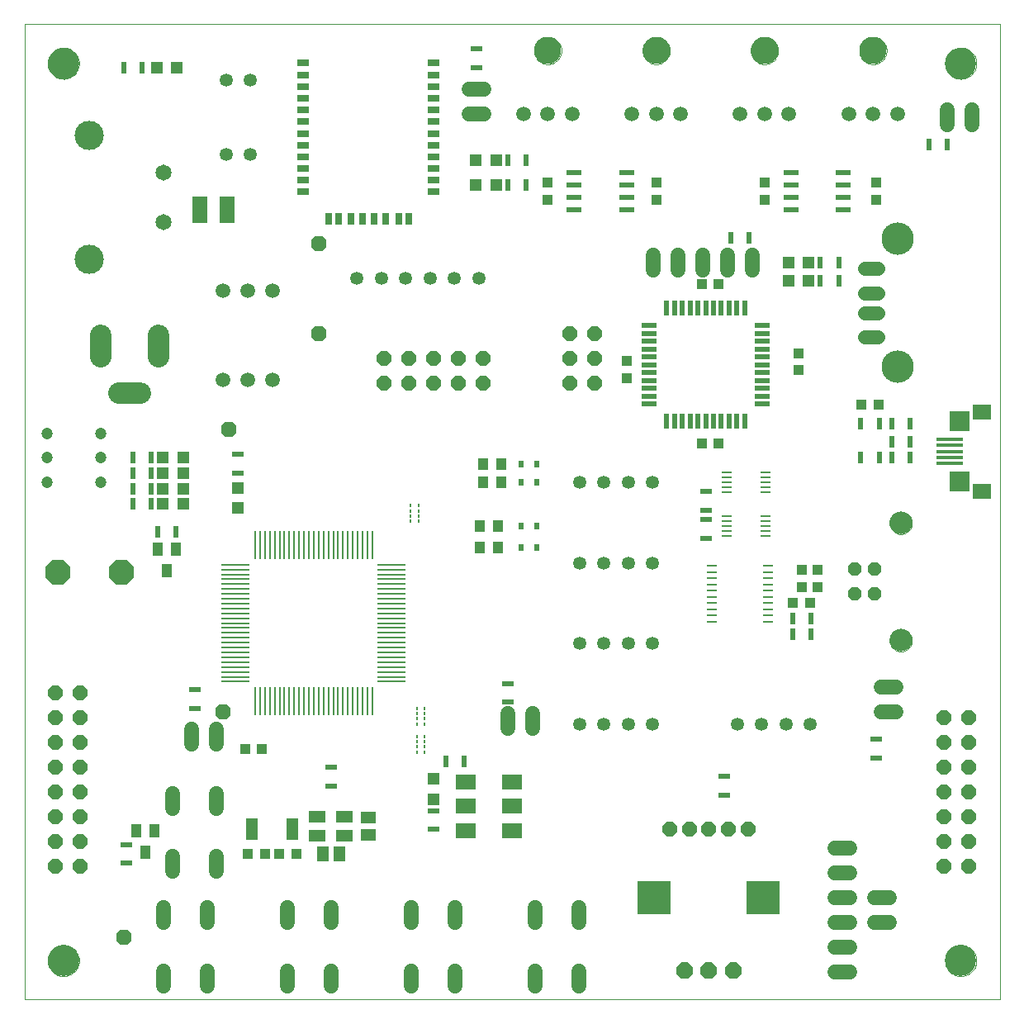
<source format=gts>
G75*
G70*
%OFA0B0*%
%FSLAX24Y24*%
%IPPOS*%
%LPD*%
%AMOC8*
5,1,8,0,0,1.08239X$1,22.5*
%
%ADD10C,0.0000*%
%ADD11C,0.1260*%
%ADD12R,0.0059X0.1181*%
%ADD13R,0.1181X0.0059*%
%ADD14R,0.0413X0.0425*%
%ADD15R,0.0512X0.0236*%
%ADD16OC8,0.0591*%
%ADD17C,0.0600*%
%ADD18R,0.0512X0.0866*%
%ADD19R,0.0610X0.0236*%
%ADD20R,0.0236X0.0512*%
%ADD21R,0.0425X0.0413*%
%ADD22C,0.0531*%
%ADD23R,0.0236X0.0315*%
%ADD24OC8,0.0660*%
%ADD25R,0.1378X0.1378*%
%ADD26R,0.0315X0.0512*%
%ADD27R,0.0512X0.0315*%
%ADD28OC8,0.1000*%
%ADD29R,0.0394X0.0551*%
%ADD30C,0.0591*%
%ADD31R,0.0630X0.1063*%
%ADD32C,0.0472*%
%ADD33R,0.0410X0.0100*%
%ADD34R,0.0433X0.0512*%
%ADD35R,0.0472X0.0472*%
%ADD36C,0.0860*%
%ADD37OC8,0.0630*%
%ADD38R,0.0591X0.0197*%
%ADD39R,0.0197X0.0591*%
%ADD40C,0.0561*%
%ADD41C,0.1306*%
%ADD42R,0.0079X0.0118*%
%ADD43R,0.0079X0.0157*%
%ADD44OC8,0.0561*%
%ADD45C,0.0906*%
%ADD46R,0.0394X0.0087*%
%ADD47R,0.0787X0.0591*%
%ADD48C,0.0650*%
%ADD49C,0.1181*%
%ADD50OC8,0.0600*%
%ADD51R,0.1063X0.0157*%
%ADD52R,0.0787X0.0827*%
%ADD53R,0.0748X0.0610*%
%ADD54R,0.0709X0.0472*%
%ADD55R,0.0512X0.0591*%
%ADD56R,0.0591X0.0512*%
%ADD57R,0.0394X0.0433*%
%ADD58C,0.1102*%
D10*
X002853Y000150D02*
X002853Y039520D01*
X042223Y039520D01*
X042223Y000150D01*
X002853Y000150D01*
X003798Y001725D02*
X003800Y001775D01*
X003806Y001825D01*
X003816Y001874D01*
X003830Y001922D01*
X003847Y001969D01*
X003868Y002014D01*
X003893Y002058D01*
X003921Y002099D01*
X003953Y002138D01*
X003987Y002175D01*
X004024Y002209D01*
X004064Y002239D01*
X004106Y002266D01*
X004150Y002290D01*
X004196Y002311D01*
X004243Y002327D01*
X004291Y002340D01*
X004341Y002349D01*
X004390Y002354D01*
X004441Y002355D01*
X004491Y002352D01*
X004540Y002345D01*
X004589Y002334D01*
X004637Y002319D01*
X004683Y002301D01*
X004728Y002279D01*
X004771Y002253D01*
X004812Y002224D01*
X004851Y002192D01*
X004887Y002157D01*
X004919Y002119D01*
X004949Y002079D01*
X004976Y002036D01*
X004999Y001992D01*
X005018Y001946D01*
X005034Y001898D01*
X005046Y001849D01*
X005054Y001800D01*
X005058Y001750D01*
X005058Y001700D01*
X005054Y001650D01*
X005046Y001601D01*
X005034Y001552D01*
X005018Y001504D01*
X004999Y001458D01*
X004976Y001414D01*
X004949Y001371D01*
X004919Y001331D01*
X004887Y001293D01*
X004851Y001258D01*
X004812Y001226D01*
X004771Y001197D01*
X004728Y001171D01*
X004683Y001149D01*
X004637Y001131D01*
X004589Y001116D01*
X004540Y001105D01*
X004491Y001098D01*
X004441Y001095D01*
X004390Y001096D01*
X004341Y001101D01*
X004291Y001110D01*
X004243Y001123D01*
X004196Y001139D01*
X004150Y001160D01*
X004106Y001184D01*
X004064Y001211D01*
X004024Y001241D01*
X003987Y001275D01*
X003953Y001312D01*
X003921Y001351D01*
X003893Y001392D01*
X003868Y001436D01*
X003847Y001481D01*
X003830Y001528D01*
X003816Y001576D01*
X003806Y001625D01*
X003800Y001675D01*
X003798Y001725D01*
X037775Y014655D02*
X037777Y014697D01*
X037783Y014739D01*
X037793Y014781D01*
X037806Y014821D01*
X037824Y014860D01*
X037845Y014897D01*
X037869Y014931D01*
X037897Y014964D01*
X037927Y014994D01*
X037960Y015020D01*
X037995Y015044D01*
X038033Y015064D01*
X038072Y015080D01*
X038112Y015093D01*
X038154Y015102D01*
X038196Y015107D01*
X038239Y015108D01*
X038281Y015105D01*
X038323Y015098D01*
X038364Y015087D01*
X038404Y015072D01*
X038442Y015054D01*
X038479Y015032D01*
X038513Y015007D01*
X038545Y014979D01*
X038573Y014948D01*
X038599Y014914D01*
X038622Y014878D01*
X038641Y014841D01*
X038657Y014801D01*
X038669Y014760D01*
X038677Y014719D01*
X038681Y014676D01*
X038681Y014634D01*
X038677Y014591D01*
X038669Y014550D01*
X038657Y014509D01*
X038641Y014469D01*
X038622Y014432D01*
X038599Y014396D01*
X038573Y014362D01*
X038545Y014331D01*
X038513Y014303D01*
X038479Y014278D01*
X038442Y014256D01*
X038404Y014238D01*
X038364Y014223D01*
X038323Y014212D01*
X038281Y014205D01*
X038239Y014202D01*
X038196Y014203D01*
X038154Y014208D01*
X038112Y014217D01*
X038072Y014230D01*
X038033Y014246D01*
X037995Y014266D01*
X037960Y014290D01*
X037927Y014316D01*
X037897Y014346D01*
X037869Y014379D01*
X037845Y014413D01*
X037824Y014450D01*
X037806Y014489D01*
X037793Y014529D01*
X037783Y014571D01*
X037777Y014613D01*
X037775Y014655D01*
X037775Y019395D02*
X037777Y019437D01*
X037783Y019479D01*
X037793Y019521D01*
X037806Y019561D01*
X037824Y019600D01*
X037845Y019637D01*
X037869Y019671D01*
X037897Y019704D01*
X037927Y019734D01*
X037960Y019760D01*
X037995Y019784D01*
X038033Y019804D01*
X038072Y019820D01*
X038112Y019833D01*
X038154Y019842D01*
X038196Y019847D01*
X038239Y019848D01*
X038281Y019845D01*
X038323Y019838D01*
X038364Y019827D01*
X038404Y019812D01*
X038442Y019794D01*
X038479Y019772D01*
X038513Y019747D01*
X038545Y019719D01*
X038573Y019688D01*
X038599Y019654D01*
X038622Y019618D01*
X038641Y019581D01*
X038657Y019541D01*
X038669Y019500D01*
X038677Y019459D01*
X038681Y019416D01*
X038681Y019374D01*
X038677Y019331D01*
X038669Y019290D01*
X038657Y019249D01*
X038641Y019209D01*
X038622Y019172D01*
X038599Y019136D01*
X038573Y019102D01*
X038545Y019071D01*
X038513Y019043D01*
X038479Y019018D01*
X038442Y018996D01*
X038404Y018978D01*
X038364Y018963D01*
X038323Y018952D01*
X038281Y018945D01*
X038239Y018942D01*
X038196Y018943D01*
X038154Y018948D01*
X038112Y018957D01*
X038072Y018970D01*
X038033Y018986D01*
X037995Y019006D01*
X037960Y019030D01*
X037927Y019056D01*
X037897Y019086D01*
X037869Y019119D01*
X037845Y019153D01*
X037824Y019190D01*
X037806Y019229D01*
X037793Y019269D01*
X037783Y019311D01*
X037777Y019353D01*
X037775Y019395D01*
X040018Y001725D02*
X040020Y001775D01*
X040026Y001825D01*
X040036Y001874D01*
X040050Y001922D01*
X040067Y001969D01*
X040088Y002014D01*
X040113Y002058D01*
X040141Y002099D01*
X040173Y002138D01*
X040207Y002175D01*
X040244Y002209D01*
X040284Y002239D01*
X040326Y002266D01*
X040370Y002290D01*
X040416Y002311D01*
X040463Y002327D01*
X040511Y002340D01*
X040561Y002349D01*
X040610Y002354D01*
X040661Y002355D01*
X040711Y002352D01*
X040760Y002345D01*
X040809Y002334D01*
X040857Y002319D01*
X040903Y002301D01*
X040948Y002279D01*
X040991Y002253D01*
X041032Y002224D01*
X041071Y002192D01*
X041107Y002157D01*
X041139Y002119D01*
X041169Y002079D01*
X041196Y002036D01*
X041219Y001992D01*
X041238Y001946D01*
X041254Y001898D01*
X041266Y001849D01*
X041274Y001800D01*
X041278Y001750D01*
X041278Y001700D01*
X041274Y001650D01*
X041266Y001601D01*
X041254Y001552D01*
X041238Y001504D01*
X041219Y001458D01*
X041196Y001414D01*
X041169Y001371D01*
X041139Y001331D01*
X041107Y001293D01*
X041071Y001258D01*
X041032Y001226D01*
X040991Y001197D01*
X040948Y001171D01*
X040903Y001149D01*
X040857Y001131D01*
X040809Y001116D01*
X040760Y001105D01*
X040711Y001098D01*
X040661Y001095D01*
X040610Y001096D01*
X040561Y001101D01*
X040511Y001110D01*
X040463Y001123D01*
X040416Y001139D01*
X040370Y001160D01*
X040326Y001184D01*
X040284Y001211D01*
X040244Y001241D01*
X040207Y001275D01*
X040173Y001312D01*
X040141Y001351D01*
X040113Y001392D01*
X040088Y001436D01*
X040067Y001481D01*
X040050Y001528D01*
X040036Y001576D01*
X040026Y001625D01*
X040020Y001675D01*
X040018Y001725D01*
X040018Y037945D02*
X040020Y037995D01*
X040026Y038045D01*
X040036Y038094D01*
X040050Y038142D01*
X040067Y038189D01*
X040088Y038234D01*
X040113Y038278D01*
X040141Y038319D01*
X040173Y038358D01*
X040207Y038395D01*
X040244Y038429D01*
X040284Y038459D01*
X040326Y038486D01*
X040370Y038510D01*
X040416Y038531D01*
X040463Y038547D01*
X040511Y038560D01*
X040561Y038569D01*
X040610Y038574D01*
X040661Y038575D01*
X040711Y038572D01*
X040760Y038565D01*
X040809Y038554D01*
X040857Y038539D01*
X040903Y038521D01*
X040948Y038499D01*
X040991Y038473D01*
X041032Y038444D01*
X041071Y038412D01*
X041107Y038377D01*
X041139Y038339D01*
X041169Y038299D01*
X041196Y038256D01*
X041219Y038212D01*
X041238Y038166D01*
X041254Y038118D01*
X041266Y038069D01*
X041274Y038020D01*
X041278Y037970D01*
X041278Y037920D01*
X041274Y037870D01*
X041266Y037821D01*
X041254Y037772D01*
X041238Y037724D01*
X041219Y037678D01*
X041196Y037634D01*
X041169Y037591D01*
X041139Y037551D01*
X041107Y037513D01*
X041071Y037478D01*
X041032Y037446D01*
X040991Y037417D01*
X040948Y037391D01*
X040903Y037369D01*
X040857Y037351D01*
X040809Y037336D01*
X040760Y037325D01*
X040711Y037318D01*
X040661Y037315D01*
X040610Y037316D01*
X040561Y037321D01*
X040511Y037330D01*
X040463Y037343D01*
X040416Y037359D01*
X040370Y037380D01*
X040326Y037404D01*
X040284Y037431D01*
X040244Y037461D01*
X040207Y037495D01*
X040173Y037532D01*
X040141Y037571D01*
X040113Y037612D01*
X040088Y037656D01*
X040067Y037701D01*
X040050Y037748D01*
X040036Y037796D01*
X040026Y037845D01*
X040020Y037895D01*
X040018Y037945D01*
X036552Y038459D02*
X036554Y038506D01*
X036560Y038552D01*
X036570Y038598D01*
X036583Y038643D01*
X036601Y038686D01*
X036622Y038728D01*
X036646Y038768D01*
X036674Y038805D01*
X036705Y038840D01*
X036739Y038873D01*
X036775Y038902D01*
X036814Y038928D01*
X036855Y038951D01*
X036898Y038970D01*
X036942Y038986D01*
X036987Y038998D01*
X037033Y039006D01*
X037080Y039010D01*
X037126Y039010D01*
X037173Y039006D01*
X037219Y038998D01*
X037264Y038986D01*
X037308Y038970D01*
X037351Y038951D01*
X037392Y038928D01*
X037431Y038902D01*
X037467Y038873D01*
X037501Y038840D01*
X037532Y038805D01*
X037560Y038768D01*
X037584Y038728D01*
X037605Y038686D01*
X037623Y038643D01*
X037636Y038598D01*
X037646Y038552D01*
X037652Y038506D01*
X037654Y038459D01*
X037652Y038412D01*
X037646Y038366D01*
X037636Y038320D01*
X037623Y038275D01*
X037605Y038232D01*
X037584Y038190D01*
X037560Y038150D01*
X037532Y038113D01*
X037501Y038078D01*
X037467Y038045D01*
X037431Y038016D01*
X037392Y037990D01*
X037351Y037967D01*
X037308Y037948D01*
X037264Y037932D01*
X037219Y037920D01*
X037173Y037912D01*
X037126Y037908D01*
X037080Y037908D01*
X037033Y037912D01*
X036987Y037920D01*
X036942Y037932D01*
X036898Y037948D01*
X036855Y037967D01*
X036814Y037990D01*
X036775Y038016D01*
X036739Y038045D01*
X036705Y038078D01*
X036674Y038113D01*
X036646Y038150D01*
X036622Y038190D01*
X036601Y038232D01*
X036583Y038275D01*
X036570Y038320D01*
X036560Y038366D01*
X036554Y038412D01*
X036552Y038459D01*
X032177Y038459D02*
X032179Y038506D01*
X032185Y038552D01*
X032195Y038598D01*
X032208Y038643D01*
X032226Y038686D01*
X032247Y038728D01*
X032271Y038768D01*
X032299Y038805D01*
X032330Y038840D01*
X032364Y038873D01*
X032400Y038902D01*
X032439Y038928D01*
X032480Y038951D01*
X032523Y038970D01*
X032567Y038986D01*
X032612Y038998D01*
X032658Y039006D01*
X032705Y039010D01*
X032751Y039010D01*
X032798Y039006D01*
X032844Y038998D01*
X032889Y038986D01*
X032933Y038970D01*
X032976Y038951D01*
X033017Y038928D01*
X033056Y038902D01*
X033092Y038873D01*
X033126Y038840D01*
X033157Y038805D01*
X033185Y038768D01*
X033209Y038728D01*
X033230Y038686D01*
X033248Y038643D01*
X033261Y038598D01*
X033271Y038552D01*
X033277Y038506D01*
X033279Y038459D01*
X033277Y038412D01*
X033271Y038366D01*
X033261Y038320D01*
X033248Y038275D01*
X033230Y038232D01*
X033209Y038190D01*
X033185Y038150D01*
X033157Y038113D01*
X033126Y038078D01*
X033092Y038045D01*
X033056Y038016D01*
X033017Y037990D01*
X032976Y037967D01*
X032933Y037948D01*
X032889Y037932D01*
X032844Y037920D01*
X032798Y037912D01*
X032751Y037908D01*
X032705Y037908D01*
X032658Y037912D01*
X032612Y037920D01*
X032567Y037932D01*
X032523Y037948D01*
X032480Y037967D01*
X032439Y037990D01*
X032400Y038016D01*
X032364Y038045D01*
X032330Y038078D01*
X032299Y038113D01*
X032271Y038150D01*
X032247Y038190D01*
X032226Y038232D01*
X032208Y038275D01*
X032195Y038320D01*
X032185Y038366D01*
X032179Y038412D01*
X032177Y038459D01*
X027802Y038459D02*
X027804Y038506D01*
X027810Y038552D01*
X027820Y038598D01*
X027833Y038643D01*
X027851Y038686D01*
X027872Y038728D01*
X027896Y038768D01*
X027924Y038805D01*
X027955Y038840D01*
X027989Y038873D01*
X028025Y038902D01*
X028064Y038928D01*
X028105Y038951D01*
X028148Y038970D01*
X028192Y038986D01*
X028237Y038998D01*
X028283Y039006D01*
X028330Y039010D01*
X028376Y039010D01*
X028423Y039006D01*
X028469Y038998D01*
X028514Y038986D01*
X028558Y038970D01*
X028601Y038951D01*
X028642Y038928D01*
X028681Y038902D01*
X028717Y038873D01*
X028751Y038840D01*
X028782Y038805D01*
X028810Y038768D01*
X028834Y038728D01*
X028855Y038686D01*
X028873Y038643D01*
X028886Y038598D01*
X028896Y038552D01*
X028902Y038506D01*
X028904Y038459D01*
X028902Y038412D01*
X028896Y038366D01*
X028886Y038320D01*
X028873Y038275D01*
X028855Y038232D01*
X028834Y038190D01*
X028810Y038150D01*
X028782Y038113D01*
X028751Y038078D01*
X028717Y038045D01*
X028681Y038016D01*
X028642Y037990D01*
X028601Y037967D01*
X028558Y037948D01*
X028514Y037932D01*
X028469Y037920D01*
X028423Y037912D01*
X028376Y037908D01*
X028330Y037908D01*
X028283Y037912D01*
X028237Y037920D01*
X028192Y037932D01*
X028148Y037948D01*
X028105Y037967D01*
X028064Y037990D01*
X028025Y038016D01*
X027989Y038045D01*
X027955Y038078D01*
X027924Y038113D01*
X027896Y038150D01*
X027872Y038190D01*
X027851Y038232D01*
X027833Y038275D01*
X027820Y038320D01*
X027810Y038366D01*
X027804Y038412D01*
X027802Y038459D01*
X023427Y038459D02*
X023429Y038506D01*
X023435Y038552D01*
X023445Y038598D01*
X023458Y038643D01*
X023476Y038686D01*
X023497Y038728D01*
X023521Y038768D01*
X023549Y038805D01*
X023580Y038840D01*
X023614Y038873D01*
X023650Y038902D01*
X023689Y038928D01*
X023730Y038951D01*
X023773Y038970D01*
X023817Y038986D01*
X023862Y038998D01*
X023908Y039006D01*
X023955Y039010D01*
X024001Y039010D01*
X024048Y039006D01*
X024094Y038998D01*
X024139Y038986D01*
X024183Y038970D01*
X024226Y038951D01*
X024267Y038928D01*
X024306Y038902D01*
X024342Y038873D01*
X024376Y038840D01*
X024407Y038805D01*
X024435Y038768D01*
X024459Y038728D01*
X024480Y038686D01*
X024498Y038643D01*
X024511Y038598D01*
X024521Y038552D01*
X024527Y038506D01*
X024529Y038459D01*
X024527Y038412D01*
X024521Y038366D01*
X024511Y038320D01*
X024498Y038275D01*
X024480Y038232D01*
X024459Y038190D01*
X024435Y038150D01*
X024407Y038113D01*
X024376Y038078D01*
X024342Y038045D01*
X024306Y038016D01*
X024267Y037990D01*
X024226Y037967D01*
X024183Y037948D01*
X024139Y037932D01*
X024094Y037920D01*
X024048Y037912D01*
X024001Y037908D01*
X023955Y037908D01*
X023908Y037912D01*
X023862Y037920D01*
X023817Y037932D01*
X023773Y037948D01*
X023730Y037967D01*
X023689Y037990D01*
X023650Y038016D01*
X023614Y038045D01*
X023580Y038078D01*
X023549Y038113D01*
X023521Y038150D01*
X023497Y038190D01*
X023476Y038232D01*
X023458Y038275D01*
X023445Y038320D01*
X023435Y038366D01*
X023429Y038412D01*
X023427Y038459D01*
X003798Y037945D02*
X003800Y037995D01*
X003806Y038045D01*
X003816Y038094D01*
X003830Y038142D01*
X003847Y038189D01*
X003868Y038234D01*
X003893Y038278D01*
X003921Y038319D01*
X003953Y038358D01*
X003987Y038395D01*
X004024Y038429D01*
X004064Y038459D01*
X004106Y038486D01*
X004150Y038510D01*
X004196Y038531D01*
X004243Y038547D01*
X004291Y038560D01*
X004341Y038569D01*
X004390Y038574D01*
X004441Y038575D01*
X004491Y038572D01*
X004540Y038565D01*
X004589Y038554D01*
X004637Y038539D01*
X004683Y038521D01*
X004728Y038499D01*
X004771Y038473D01*
X004812Y038444D01*
X004851Y038412D01*
X004887Y038377D01*
X004919Y038339D01*
X004949Y038299D01*
X004976Y038256D01*
X004999Y038212D01*
X005018Y038166D01*
X005034Y038118D01*
X005046Y038069D01*
X005054Y038020D01*
X005058Y037970D01*
X005058Y037920D01*
X005054Y037870D01*
X005046Y037821D01*
X005034Y037772D01*
X005018Y037724D01*
X004999Y037678D01*
X004976Y037634D01*
X004949Y037591D01*
X004919Y037551D01*
X004887Y037513D01*
X004851Y037478D01*
X004812Y037446D01*
X004771Y037417D01*
X004728Y037391D01*
X004683Y037369D01*
X004637Y037351D01*
X004589Y037336D01*
X004540Y037325D01*
X004491Y037318D01*
X004441Y037315D01*
X004390Y037316D01*
X004341Y037321D01*
X004291Y037330D01*
X004243Y037343D01*
X004196Y037359D01*
X004150Y037380D01*
X004106Y037404D01*
X004064Y037431D01*
X004024Y037461D01*
X003987Y037495D01*
X003953Y037532D01*
X003921Y037571D01*
X003893Y037612D01*
X003868Y037656D01*
X003847Y037701D01*
X003830Y037748D01*
X003816Y037796D01*
X003806Y037845D01*
X003800Y037895D01*
X003798Y037945D01*
D11*
X004428Y037945D03*
X040648Y037945D03*
X040648Y001725D03*
X004428Y001725D03*
D12*
X012169Y012197D03*
X012366Y012197D03*
X012563Y012197D03*
X012759Y012197D03*
X012956Y012197D03*
X013153Y012197D03*
X013350Y012197D03*
X013547Y012197D03*
X013744Y012197D03*
X013941Y012197D03*
X014137Y012197D03*
X014334Y012197D03*
X014531Y012197D03*
X014728Y012197D03*
X014925Y012197D03*
X015122Y012197D03*
X015319Y012197D03*
X015515Y012197D03*
X015712Y012197D03*
X015909Y012197D03*
X016106Y012197D03*
X016303Y012197D03*
X016500Y012197D03*
X016696Y012197D03*
X016893Y012197D03*
X016893Y018496D03*
X016696Y018496D03*
X016500Y018496D03*
X016303Y018496D03*
X016106Y018496D03*
X015909Y018496D03*
X015712Y018496D03*
X015515Y018496D03*
X015319Y018496D03*
X015122Y018496D03*
X014925Y018496D03*
X014728Y018496D03*
X014531Y018496D03*
X014334Y018496D03*
X014137Y018496D03*
X013941Y018496D03*
X013744Y018496D03*
X013547Y018496D03*
X013350Y018496D03*
X013153Y018496D03*
X012956Y018496D03*
X012759Y018496D03*
X012563Y018496D03*
X012366Y018496D03*
X012169Y018496D03*
D13*
X011381Y017709D03*
X011381Y017512D03*
X011381Y017315D03*
X011381Y017119D03*
X011381Y016922D03*
X011381Y016725D03*
X011381Y016528D03*
X011381Y016331D03*
X011381Y016134D03*
X011381Y015937D03*
X011381Y015741D03*
X011381Y015544D03*
X011381Y015347D03*
X011381Y015150D03*
X011381Y014953D03*
X011381Y014756D03*
X011381Y014559D03*
X011381Y014363D03*
X011381Y014166D03*
X011381Y013969D03*
X011381Y013772D03*
X011381Y013575D03*
X011381Y013378D03*
X011381Y013181D03*
X011381Y012985D03*
X017681Y012985D03*
X017681Y013181D03*
X017681Y013378D03*
X017681Y013575D03*
X017681Y013772D03*
X017681Y013969D03*
X017681Y014166D03*
X017681Y014363D03*
X017681Y014559D03*
X017681Y014756D03*
X017681Y014953D03*
X017681Y015150D03*
X017681Y015347D03*
X017681Y015544D03*
X017681Y015741D03*
X017681Y015937D03*
X017681Y016134D03*
X017681Y016331D03*
X017681Y016528D03*
X017681Y016725D03*
X017681Y016922D03*
X017681Y017119D03*
X017681Y017315D03*
X017681Y017512D03*
X017681Y017709D03*
D14*
X012447Y010275D03*
X011758Y010275D03*
X011883Y006025D03*
X012572Y006025D03*
X013133Y006025D03*
X013822Y006025D03*
X030196Y022588D03*
X030885Y022588D03*
X036633Y024150D03*
X037322Y024150D03*
X030885Y029025D03*
X030196Y029025D03*
X033883Y016150D03*
X034572Y016150D03*
D15*
X030353Y018776D03*
X030353Y019524D03*
X030353Y019901D03*
X030353Y020649D03*
X022353Y012899D03*
X022353Y012151D03*
X019353Y007774D03*
X019353Y007026D03*
X015228Y008776D03*
X015228Y009524D03*
X009728Y011901D03*
X009728Y012649D03*
X006978Y006399D03*
X006978Y005651D03*
X011478Y021401D03*
X011478Y022149D03*
X021103Y037776D03*
X021103Y038524D03*
X037228Y010649D03*
X037228Y009901D03*
X031103Y009149D03*
X031103Y008401D03*
D16*
X031265Y007031D03*
X030478Y007031D03*
X029691Y007031D03*
X028903Y007031D03*
X032053Y007031D03*
X039978Y007525D03*
X040978Y007525D03*
X040978Y006525D03*
X039978Y006525D03*
X039978Y005525D03*
X040978Y005525D03*
X040978Y008525D03*
X039978Y008525D03*
X039978Y009525D03*
X040978Y009525D03*
X040978Y010525D03*
X039978Y010525D03*
X039978Y011525D03*
X040978Y011525D03*
X021353Y025025D03*
X021353Y026025D03*
X020353Y026025D03*
X020353Y025025D03*
X019353Y025025D03*
X019353Y026025D03*
X018353Y026025D03*
X018353Y025025D03*
X017353Y025025D03*
X017353Y026025D03*
X005103Y012525D03*
X005103Y011525D03*
X004103Y011525D03*
X004103Y012525D03*
X004103Y010525D03*
X005103Y010525D03*
X005103Y009525D03*
X004103Y009525D03*
X004103Y008525D03*
X005103Y008525D03*
X005103Y007525D03*
X005103Y006525D03*
X004103Y006525D03*
X004103Y007525D03*
X004103Y005525D03*
X005103Y005525D03*
D17*
X008463Y003855D02*
X008463Y003255D01*
X010243Y003255D02*
X010243Y003855D01*
X010618Y005320D02*
X010618Y005920D01*
X008838Y005920D02*
X008838Y005320D01*
X008838Y007880D02*
X008838Y008480D01*
X010618Y008480D02*
X010618Y007880D01*
X010603Y010475D02*
X010603Y011075D01*
X009603Y011075D02*
X009603Y010475D01*
X013463Y003855D02*
X013463Y003255D01*
X015243Y003255D02*
X015243Y003855D01*
X015243Y001295D02*
X015243Y000695D01*
X013463Y000695D02*
X013463Y001295D01*
X010243Y001295D02*
X010243Y000695D01*
X008463Y000695D02*
X008463Y001295D01*
X018463Y001295D02*
X018463Y000695D01*
X020243Y000695D02*
X020243Y001295D01*
X020243Y003255D02*
X020243Y003855D01*
X018463Y003855D02*
X018463Y003255D01*
X023463Y003255D02*
X023463Y003855D01*
X025243Y003855D02*
X025243Y003255D01*
X025243Y001295D02*
X025243Y000695D01*
X023463Y000695D02*
X023463Y001295D01*
X023353Y011100D02*
X023353Y011700D01*
X022353Y011700D02*
X022353Y011100D01*
X035553Y006275D02*
X036153Y006275D01*
X036153Y005275D02*
X035553Y005275D01*
X035553Y004275D02*
X036153Y004275D01*
X036153Y003275D02*
X035553Y003275D01*
X035553Y002275D02*
X036153Y002275D01*
X036153Y001275D02*
X035553Y001275D01*
X037178Y003275D02*
X037778Y003275D01*
X037778Y004275D02*
X037178Y004275D01*
X037428Y011775D02*
X038028Y011775D01*
X038028Y012775D02*
X037428Y012775D01*
X032228Y029600D02*
X032228Y030200D01*
X031228Y030200D02*
X031228Y029600D01*
X030228Y029600D02*
X030228Y030200D01*
X029228Y030200D02*
X029228Y029600D01*
X028228Y029600D02*
X028228Y030200D01*
X021403Y035900D02*
X020803Y035900D01*
X020803Y036900D02*
X021403Y036900D01*
X040103Y036075D02*
X040103Y035475D01*
X041103Y035475D02*
X041103Y036075D01*
D18*
X013680Y007025D03*
X012026Y007025D03*
D19*
X025040Y032025D03*
X025040Y032525D03*
X025040Y033025D03*
X025040Y033525D03*
X027166Y033525D03*
X027166Y033025D03*
X027166Y032525D03*
X027166Y032025D03*
X033790Y032025D03*
X033790Y032525D03*
X033790Y033025D03*
X033790Y033525D03*
X035916Y033525D03*
X035916Y033025D03*
X035916Y032525D03*
X035916Y032025D03*
D20*
X035727Y029900D03*
X034979Y029900D03*
X034979Y029150D03*
X035727Y029150D03*
X032102Y030900D03*
X031354Y030900D03*
X039354Y034650D03*
X040102Y034650D03*
X038602Y023400D03*
X037854Y023400D03*
X037352Y023400D03*
X036604Y023400D03*
X036604Y022025D03*
X037352Y022025D03*
X037854Y022025D03*
X037854Y022650D03*
X038602Y022650D03*
X038602Y022025D03*
X034602Y015525D03*
X033854Y015525D03*
X033854Y014900D03*
X034602Y014900D03*
X020602Y009775D03*
X019854Y009775D03*
X008977Y019025D03*
X008229Y019025D03*
X007977Y020150D03*
X007977Y020775D03*
X007977Y021400D03*
X007977Y022025D03*
X007229Y022025D03*
X007229Y021400D03*
X007229Y020775D03*
X007229Y020150D03*
X022354Y033025D03*
X023102Y033025D03*
X023102Y034025D03*
X022354Y034025D03*
X007602Y037775D03*
X006854Y037775D03*
D21*
X023978Y033119D03*
X023978Y032431D03*
X028353Y032431D03*
X028353Y033119D03*
X032728Y033119D03*
X032728Y032431D03*
X037228Y032431D03*
X037228Y033119D03*
X027165Y025932D03*
X027165Y025243D03*
X034853Y017494D03*
X034853Y016806D03*
D22*
X034579Y011275D03*
X033595Y011275D03*
X032611Y011275D03*
X031627Y011275D03*
X028204Y011275D03*
X027220Y011275D03*
X026236Y011275D03*
X025252Y011275D03*
X025252Y014525D03*
X026236Y014525D03*
X027220Y014525D03*
X028204Y014525D03*
X028204Y017775D03*
X027220Y017775D03*
X026236Y017775D03*
X025252Y017775D03*
X025252Y021025D03*
X026236Y021025D03*
X027220Y021025D03*
X028204Y021025D03*
X021189Y029275D03*
X020204Y029275D03*
X019220Y029275D03*
X018236Y029275D03*
X017252Y029275D03*
X016267Y029275D03*
X011970Y034275D03*
X010986Y034275D03*
X010986Y037275D03*
X011970Y037275D03*
D23*
X022913Y021775D03*
X023543Y021775D03*
X023543Y021025D03*
X022913Y021025D03*
X022913Y019275D03*
X023543Y019275D03*
X023543Y018400D03*
X022913Y018400D03*
D24*
X029494Y001322D03*
X030478Y001322D03*
X031462Y001322D03*
D25*
X032683Y004275D03*
X028273Y004275D03*
D26*
X018355Y031650D03*
X017961Y031650D03*
X017449Y031650D03*
X016977Y031650D03*
X016505Y031650D03*
X016032Y031650D03*
X015520Y031650D03*
X015127Y031650D03*
D27*
X014103Y032752D03*
X014103Y033225D03*
X014103Y033697D03*
X014103Y034170D03*
X014103Y034642D03*
X014103Y035115D03*
X014103Y035587D03*
X014103Y036059D03*
X014103Y036532D03*
X014103Y037004D03*
X014103Y037477D03*
X014103Y037949D03*
X019379Y037949D03*
X019379Y037477D03*
X019379Y037004D03*
X019379Y036532D03*
X019379Y036059D03*
X019379Y035587D03*
X019379Y035115D03*
X019379Y034642D03*
X019379Y034170D03*
X019379Y033697D03*
X019379Y033225D03*
X019379Y032752D03*
D28*
X006758Y017400D03*
X004198Y017400D03*
D29*
X008229Y018333D03*
X008977Y018333D03*
X008603Y017467D03*
X008102Y006958D03*
X007354Y006958D03*
X007728Y006092D03*
D30*
X010853Y025150D03*
X011853Y025150D03*
X012853Y025150D03*
X012853Y028775D03*
X011853Y028775D03*
X010853Y028775D03*
X022994Y035900D03*
X023978Y035900D03*
X024962Y035900D03*
X027369Y035900D03*
X028353Y035900D03*
X029337Y035900D03*
X031744Y035900D03*
X032728Y035900D03*
X033712Y035900D03*
X036119Y035900D03*
X037103Y035900D03*
X038087Y035900D03*
D31*
X011029Y032025D03*
X009927Y032025D03*
D32*
X005936Y023009D03*
X005936Y022025D03*
X005936Y021041D03*
X003770Y021041D03*
X003770Y022025D03*
X003770Y023009D03*
D33*
X030593Y017650D03*
X030593Y017400D03*
X030593Y017150D03*
X030593Y016900D03*
X030593Y016650D03*
X030593Y016400D03*
X030593Y016150D03*
X030593Y015900D03*
X030593Y015650D03*
X030593Y015400D03*
X032863Y015400D03*
X032863Y015650D03*
X032863Y015900D03*
X032863Y016150D03*
X032863Y016400D03*
X032863Y016650D03*
X032863Y016900D03*
X032863Y017150D03*
X032863Y017400D03*
X032863Y017650D03*
D34*
X022102Y021025D03*
X021354Y021025D03*
X021354Y021775D03*
X022102Y021775D03*
X021977Y019275D03*
X021229Y019275D03*
X021229Y018400D03*
X021977Y018400D03*
D35*
X019353Y009063D03*
X019353Y008237D03*
X011478Y019987D03*
X011478Y020813D03*
X009266Y020775D03*
X009266Y021400D03*
X009266Y022025D03*
X008440Y022025D03*
X008440Y021400D03*
X008440Y020775D03*
X008440Y020150D03*
X009266Y020150D03*
X021065Y033025D03*
X021891Y033025D03*
X021891Y034025D03*
X021065Y034025D03*
X009016Y037775D03*
X008190Y037775D03*
X033690Y029900D03*
X033690Y029150D03*
X034516Y029150D03*
X034516Y029900D03*
D36*
X008284Y026955D02*
X008284Y026095D01*
X007533Y024635D02*
X006673Y024635D01*
X005922Y026095D02*
X005922Y026955D01*
D37*
X011103Y023150D03*
X014728Y027025D03*
X014728Y030650D03*
X010853Y011775D03*
X006853Y002650D03*
D38*
X028069Y024200D03*
X028069Y024515D03*
X028069Y024830D03*
X028069Y025145D03*
X028069Y025460D03*
X028069Y025775D03*
X028069Y026090D03*
X028069Y026405D03*
X028069Y026720D03*
X028069Y027035D03*
X028069Y027350D03*
X032636Y027350D03*
X032636Y027035D03*
X032636Y026720D03*
X032636Y026405D03*
X032636Y026090D03*
X032636Y025775D03*
X032636Y025460D03*
X032636Y025145D03*
X032636Y024830D03*
X032636Y024515D03*
X032636Y024200D03*
D39*
X031928Y023492D03*
X031613Y023492D03*
X031298Y023492D03*
X030983Y023492D03*
X030668Y023492D03*
X030353Y023492D03*
X030038Y023492D03*
X029723Y023492D03*
X029408Y023492D03*
X029093Y023492D03*
X028778Y023492D03*
X028778Y028058D03*
X029093Y028058D03*
X029408Y028058D03*
X029723Y028058D03*
X030038Y028058D03*
X030353Y028058D03*
X030668Y028058D03*
X030983Y028058D03*
X031298Y028058D03*
X031613Y028058D03*
X031928Y028058D03*
D40*
X036756Y027881D02*
X037317Y027881D01*
X037317Y028669D02*
X036756Y028669D01*
X036756Y029653D02*
X037317Y029653D01*
X037317Y026897D02*
X036756Y026897D01*
D41*
X038103Y025688D03*
X038103Y030862D03*
D42*
X018760Y019873D03*
X018760Y019677D03*
X018445Y019677D03*
X018445Y019873D03*
X018695Y011686D03*
X018695Y011489D03*
X019010Y011489D03*
X019010Y011686D03*
X019010Y010561D03*
X019010Y010364D03*
X018695Y010364D03*
X018695Y010561D03*
D43*
X018695Y010777D03*
X019010Y010777D03*
X019010Y011273D03*
X018695Y011273D03*
X018695Y011902D03*
X019010Y011902D03*
X019010Y010148D03*
X018695Y010148D03*
X018760Y019460D03*
X018445Y019460D03*
X018445Y020090D03*
X018760Y020090D03*
D44*
X036374Y017517D03*
X037161Y017517D03*
X037161Y016533D03*
X036374Y016533D03*
D45*
X038228Y014655D03*
X038228Y019395D03*
D46*
X032765Y019472D03*
X032765Y019669D03*
X032765Y019275D03*
X032765Y019078D03*
X032765Y018881D03*
X031191Y018881D03*
X031191Y019078D03*
X031191Y019275D03*
X031191Y019472D03*
X031191Y019669D03*
X031191Y020631D03*
X031191Y020828D03*
X031191Y021025D03*
X031191Y021222D03*
X031191Y021419D03*
X032765Y021419D03*
X032765Y021222D03*
X032765Y021025D03*
X032765Y020828D03*
X032765Y020631D03*
D47*
X022548Y008947D03*
X022548Y007963D03*
X022548Y006978D03*
X020658Y006978D03*
X020658Y007963D03*
X020658Y008947D03*
D48*
X008478Y031525D03*
X008478Y033525D03*
D49*
X005478Y035025D03*
X005478Y030025D03*
D50*
X024853Y027025D03*
X025853Y027025D03*
X025853Y026025D03*
X025853Y025025D03*
X024853Y025025D03*
X024853Y026025D03*
D51*
X040196Y022767D03*
X040196Y022531D03*
X040196Y022275D03*
X040196Y022019D03*
X040196Y021783D03*
D52*
X040590Y021055D03*
X040590Y023495D03*
D53*
X041515Y023879D03*
X041515Y020671D03*
D54*
X015779Y007524D03*
X015779Y006776D03*
X014677Y006776D03*
X014677Y007524D03*
D55*
X014893Y006025D03*
X015563Y006025D03*
D56*
X016728Y006815D03*
X016728Y007485D03*
D57*
X034228Y016815D03*
X034228Y017485D03*
X034103Y025565D03*
X034103Y026235D03*
D58*
X032728Y038459D03*
X037103Y038459D03*
X028353Y038459D03*
X023978Y038459D03*
M02*

</source>
